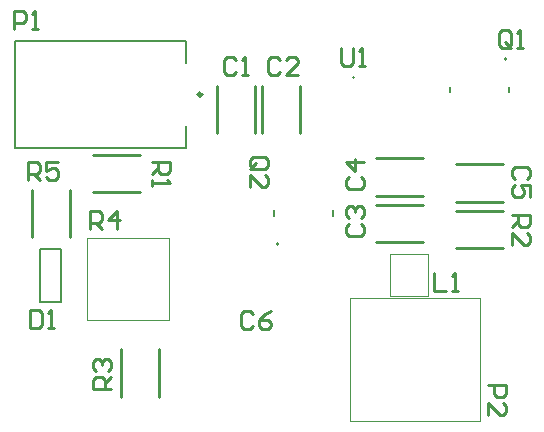
<source format=gto>
G04*
G04 #@! TF.GenerationSoftware,Altium Limited,Altium Designer,20.0.2 (26)*
G04*
G04 Layer_Color=65535*
%FSLAX44Y44*%
%MOMM*%
G71*
G01*
G75*
%ADD10C,0.3000*%
%ADD11C,0.2000*%
%ADD12C,0.2540*%
%ADD13C,0.1000*%
%ADD14C,0.1270*%
D10*
X161510Y276860D02*
G03*
X161510Y276860I-1500J0D01*
G01*
D11*
X226425Y150495D02*
G03*
X226425Y150495I-1000J0D01*
G01*
X419465Y306945D02*
G03*
X419465Y306945I-1000J0D01*
G01*
X24600Y101600D02*
X42600D01*
Y146050D01*
X24600D02*
X42600D01*
X24600Y101600D02*
Y146050D01*
D12*
X17900Y156400D02*
Y196400D01*
X49900Y156400D02*
Y196400D01*
X308930Y191010D02*
X348930D01*
X308930Y223010D02*
X348930D01*
X376240Y217930D02*
X416240D01*
X376240Y185930D02*
X416240D01*
X174500Y244160D02*
Y284160D01*
X206500Y244160D02*
Y284160D01*
X289350Y292160D02*
X289450D01*
X125000Y21200D02*
Y61200D01*
X93000Y21200D02*
Y61200D01*
X376240Y178560D02*
X416240D01*
X376240Y146560D02*
X416240D01*
X69000Y194000D02*
X109000D01*
X69000Y226000D02*
X109000D01*
X308930Y151640D02*
X348930D01*
X308930Y183640D02*
X348930D01*
X212600Y244160D02*
Y284160D01*
X244600Y244160D02*
Y284160D01*
X14400Y204300D02*
Y219535D01*
X22018D01*
X24557Y216996D01*
Y211917D01*
X22018Y209378D01*
X14400D01*
X19478D02*
X24557Y204300D01*
X39792Y219535D02*
X29635D01*
Y211917D01*
X34713Y214457D01*
X37253D01*
X39792Y211917D01*
Y206839D01*
X37253Y204300D01*
X32174D01*
X29635Y206839D01*
X66392Y163174D02*
Y178409D01*
X74010D01*
X76549Y175870D01*
Y170791D01*
X74010Y168252D01*
X66392D01*
X71470D02*
X76549Y163174D01*
X89245D02*
Y178409D01*
X81627Y170791D01*
X91784D01*
X190497Y305812D02*
X187957Y308351D01*
X182879D01*
X180340Y305812D01*
Y295655D01*
X182879Y293116D01*
X187957D01*
X190497Y295655D01*
X195575Y293116D02*
X200653D01*
X198114D01*
Y308351D01*
X195575Y305812D01*
X279654Y316225D02*
Y303529D01*
X282193Y300990D01*
X287271D01*
X289811Y303529D01*
Y316225D01*
X294889Y300990D02*
X299967D01*
X297428D01*
Y316225D01*
X294889Y313686D01*
X84870Y27230D02*
X69635D01*
Y34848D01*
X72174Y37387D01*
X77252D01*
X79792Y34848D01*
Y27230D01*
Y32308D02*
X84870Y37387D01*
X72174Y42465D02*
X69635Y45004D01*
Y50083D01*
X72174Y52622D01*
X74713D01*
X77252Y50083D01*
Y47543D01*
Y50083D01*
X79792Y52622D01*
X82331D01*
X84870Y50083D01*
Y45004D01*
X82331Y42465D01*
X424180Y175260D02*
X439415D01*
Y167642D01*
X436876Y165103D01*
X431797D01*
X429258Y167642D01*
Y175260D01*
Y170182D02*
X424180Y165103D01*
Y149868D02*
Y160025D01*
X434337Y149868D01*
X436876D01*
X439415Y152407D01*
Y157486D01*
X436876Y160025D01*
X119100Y219370D02*
X134335D01*
Y211752D01*
X131796Y209213D01*
X126718D01*
X124178Y211752D01*
Y219370D01*
Y214292D02*
X119100Y209213D01*
Y204135D02*
Y199057D01*
Y201596D01*
X134335D01*
X131796Y204135D01*
X204469Y213603D02*
X214626D01*
X217165Y216143D01*
Y221221D01*
X214626Y223760D01*
X204469D01*
X201930Y221221D01*
Y216143D01*
X207008Y218682D02*
X201930Y213603D01*
Y216143D02*
X204469Y213603D01*
X201930Y198368D02*
Y208525D01*
X212087Y198368D01*
X214626D01*
X217165Y200907D01*
Y205986D01*
X214626Y208525D01*
X422907Y318769D02*
Y328926D01*
X420368Y331465D01*
X415289D01*
X412750Y328926D01*
Y318769D01*
X415289Y316230D01*
X420368D01*
X417828Y321308D02*
X422907Y316230D01*
X420368D02*
X422907Y318769D01*
X427985Y316230D02*
X433063D01*
X430524D01*
Y331465D01*
X427985Y328926D01*
X403620Y30810D02*
X418855D01*
Y23193D01*
X416316Y20653D01*
X411237D01*
X408698Y23193D01*
Y30810D01*
X403620Y5418D02*
Y15575D01*
X413777Y5418D01*
X416316D01*
X418855Y7957D01*
Y13036D01*
X416316Y15575D01*
X2794Y332232D02*
Y347467D01*
X10411D01*
X12951Y344928D01*
Y339850D01*
X10411Y337310D01*
X2794D01*
X18029Y332232D02*
X23107D01*
X20568D01*
Y347467D01*
X18029Y344928D01*
X358190Y125465D02*
Y110230D01*
X368347D01*
X373425D02*
X378503D01*
X375964D01*
Y125465D01*
X373425Y122926D01*
X16100Y94735D02*
Y79500D01*
X23718D01*
X26257Y82039D01*
Y92196D01*
X23718Y94735D01*
X16100D01*
X31335Y79500D02*
X36413D01*
X33874D01*
Y94735D01*
X31335Y92196D01*
X204467Y91436D02*
X201928Y93975D01*
X196849D01*
X194310Y91436D01*
Y81279D01*
X196849Y78740D01*
X201928D01*
X204467Y81279D01*
X219702Y93975D02*
X214623Y91436D01*
X209545Y86357D01*
Y81279D01*
X212084Y78740D01*
X217163D01*
X219702Y81279D01*
Y83818D01*
X217163Y86357D01*
X209545D01*
X436876Y205743D02*
X439415Y208283D01*
Y213361D01*
X436876Y215900D01*
X426719D01*
X424180Y213361D01*
Y208283D01*
X426719Y205743D01*
X439415Y190508D02*
Y200665D01*
X431797D01*
X434337Y195587D01*
Y193047D01*
X431797Y190508D01*
X426719D01*
X424180Y193047D01*
Y198126D01*
X426719Y200665D01*
X285754Y207007D02*
X283215Y204468D01*
Y199389D01*
X285754Y196850D01*
X295911D01*
X298450Y199389D01*
Y204468D01*
X295911Y207007D01*
X298450Y219703D02*
X283215D01*
X290833Y212085D01*
Y222242D01*
X285754Y167637D02*
X283215Y165098D01*
Y160019D01*
X285754Y157480D01*
X295911D01*
X298450Y160019D01*
Y165098D01*
X295911Y167637D01*
X285754Y172715D02*
X283215Y175254D01*
Y180333D01*
X285754Y182872D01*
X288293D01*
X290833Y180333D01*
Y177793D01*
Y180333D01*
X293372Y182872D01*
X295911D01*
X298450Y180333D01*
Y175254D01*
X295911Y172715D01*
X227962Y305812D02*
X225422Y308351D01*
X220344D01*
X217805Y305812D01*
Y295655D01*
X220344Y293116D01*
X225422D01*
X227962Y295655D01*
X243197Y293116D02*
X233040D01*
X243197Y303273D01*
Y305812D01*
X240658Y308351D01*
X235579D01*
X233040Y305812D01*
D13*
X64350Y155100D02*
X133750D01*
Y86300D02*
Y155100D01*
X133650Y86200D02*
X133750Y86300D01*
X64250Y86200D02*
X133650D01*
X64250D02*
X64350Y86300D01*
Y155100D01*
X320600Y142200D02*
X352600D01*
X320600Y106200D02*
Y142200D01*
Y106200D02*
X352600D01*
Y142200D01*
X287000Y400D02*
X397000D01*
X287000D02*
Y104400D01*
X397000D01*
Y400D02*
Y104400D01*
D14*
X3010Y231860D02*
Y321860D01*
X148010D01*
Y303860D02*
Y321860D01*
X3010Y231860D02*
X148010D01*
Y249860D01*
X272650Y174130D02*
Y178730D01*
X222650Y174130D02*
Y178730D01*
X371240Y278710D02*
Y283310D01*
X421240Y278710D02*
Y283310D01*
M02*

</source>
